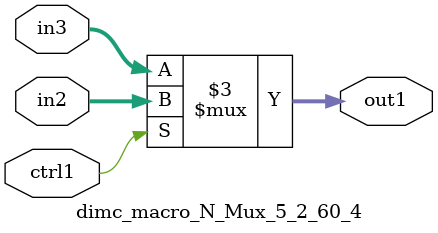
<source format=v>

`timescale 1ps / 1ps


module dimc_macro_N_Mux_5_2_60_4( in3, in2, ctrl1, out1 );

    input [4:0] in3;
    input [4:0] in2;
    input ctrl1;
    output [4:0] out1;
    reg [4:0] out1;

    
    // rtl_process:dimc_macro_N_Mux_5_2_60_4/dimc_macro_N_Mux_5_2_60_4_thread_1
    always @*
      begin : dimc_macro_N_Mux_5_2_60_4_thread_1
        case (ctrl1) 
          1'b1: 
            begin
              out1 = in2;
            end
          default: 
            begin
              out1 = in3;
            end
        endcase
      end

endmodule



</source>
